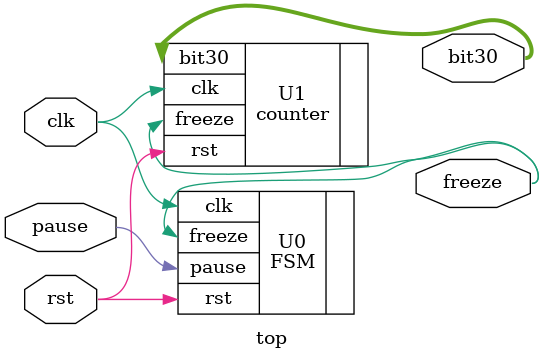
<source format=v>
`timescale 1ns / 1ps

module top(
    input rst,
    input clk,
    input pause,
    output freeze,
    output [4:0] bit30
    );

FSM U0 (.rst(rst), .clk(clk), .pause(pause), .freeze(freeze));
counter U1 (.rst(rst), .clk(clk), .freeze(freeze), .bit30(bit30));

endmodule

</source>
